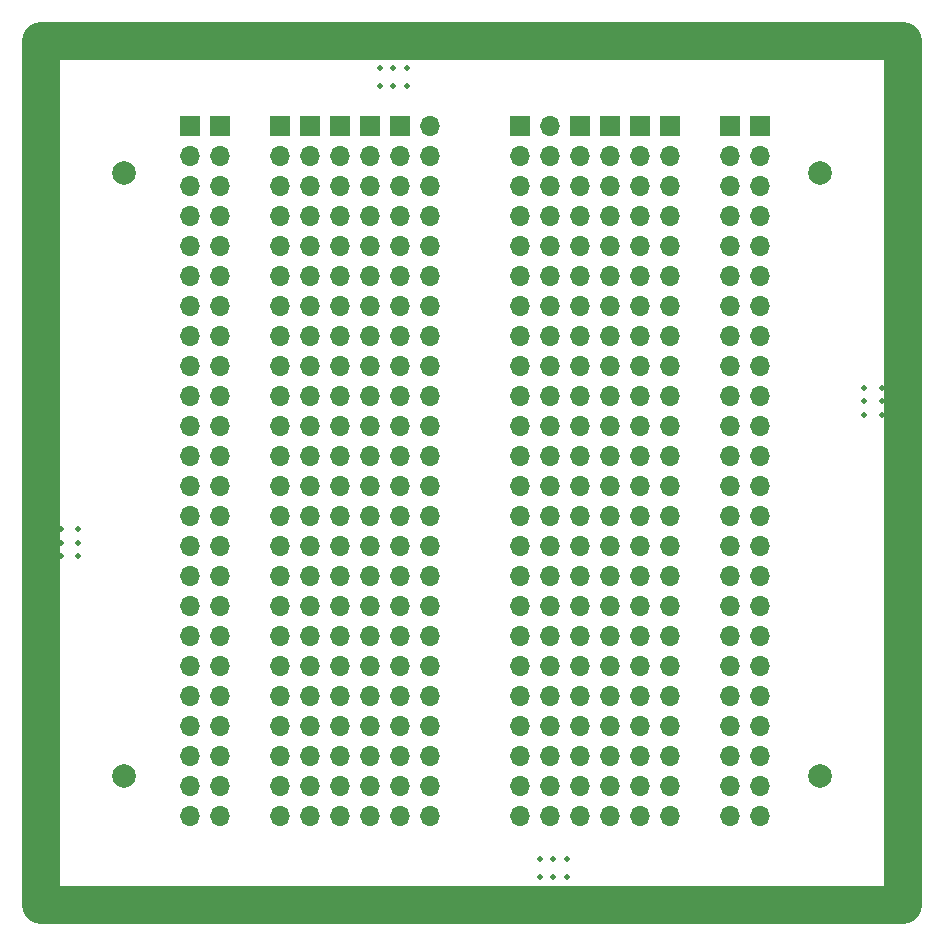
<source format=gbr>
%TF.GenerationSoftware,KiCad,Pcbnew,7.0.5-0*%
%TF.CreationDate,2024-04-21T20:25:33-04:00*%
%TF.ProjectId,swr_meter_front,7377725f-6d65-4746-9572-5f66726f6e74,rev?*%
%TF.SameCoordinates,Original*%
%TF.FileFunction,Soldermask,Bot*%
%TF.FilePolarity,Negative*%
%FSLAX46Y46*%
G04 Gerber Fmt 4.6, Leading zero omitted, Abs format (unit mm)*
G04 Created by KiCad (PCBNEW 7.0.5-0) date 2024-04-21 20:25:33*
%MOMM*%
%LPD*%
G01*
G04 APERTURE LIST*
%ADD10C,3.200000*%
%ADD11C,0.500000*%
%ADD12R,1.700000X1.700000*%
%ADD13O,1.700000X1.700000*%
%ADD14C,2.000000*%
%ADD15C,1.000000*%
G04 APERTURE END LIST*
D10*
X100000000Y-26868400D02*
X172988800Y-26868400D01*
X172988800Y-100000000D01*
X100000000Y-100000000D01*
X100000000Y-26868400D01*
D11*
%TO.C,mouse-bite-1mm-slot*%
X128656540Y-29182400D03*
X128656540Y-30682400D03*
X129806540Y-29182400D03*
X129806540Y-30682400D03*
X130956540Y-29182400D03*
X130956540Y-30682400D03*
%TD*%
D12*
%TO.C,J21*%
X115140540Y-34106400D03*
D13*
X115140540Y-36646400D03*
X115140540Y-39186400D03*
X115140540Y-41726400D03*
X115140540Y-44266400D03*
X115140540Y-46806400D03*
X115140540Y-49346400D03*
X115140540Y-51886400D03*
X115140540Y-54426400D03*
X115140540Y-56966400D03*
X115140540Y-59506400D03*
X115140540Y-62046400D03*
X115140540Y-64586400D03*
X115140540Y-67126400D03*
X115140540Y-69666400D03*
X115140540Y-72206400D03*
X115140540Y-74746400D03*
X115140540Y-77286400D03*
X115140540Y-79826400D03*
X115140540Y-82366400D03*
X115140540Y-84906400D03*
X115140540Y-87446400D03*
X115140540Y-89986400D03*
X115140540Y-92526400D03*
%TD*%
D11*
%TO.C,mouse-bite-1mm-slot*%
X101640540Y-70518400D03*
X103140540Y-70518400D03*
X101640540Y-69368400D03*
X103140540Y-69368400D03*
X101640540Y-68218400D03*
X103140540Y-68218400D03*
%TD*%
D12*
%TO.C,J3*%
X148160540Y-34106400D03*
D13*
X148160540Y-36646400D03*
X148160540Y-39186400D03*
X148160540Y-41726400D03*
X148160540Y-44266400D03*
X148160540Y-46806400D03*
X148160540Y-49346400D03*
X148160540Y-51886400D03*
X148160540Y-54426400D03*
X148160540Y-56966400D03*
X148160540Y-59506400D03*
X148160540Y-62046400D03*
X148160540Y-64586400D03*
X148160540Y-67126400D03*
X148160540Y-69666400D03*
X148160540Y-72206400D03*
X148160540Y-74746400D03*
X148160540Y-77286400D03*
X148160540Y-79826400D03*
X148160540Y-82366400D03*
X148160540Y-84906400D03*
X148160540Y-87446400D03*
X148160540Y-89986400D03*
X148160540Y-92526400D03*
%TD*%
D14*
%TO.C,TP1*%
X165956540Y-89082400D03*
%TD*%
D12*
%TO.C,J4*%
X150700540Y-34106400D03*
D13*
X150700540Y-36646400D03*
X150700540Y-39186400D03*
X150700540Y-41726400D03*
X150700540Y-44266400D03*
X150700540Y-46806400D03*
X150700540Y-49346400D03*
X150700540Y-51886400D03*
X150700540Y-54426400D03*
X150700540Y-56966400D03*
X150700540Y-59506400D03*
X150700540Y-62046400D03*
X150700540Y-64586400D03*
X150700540Y-67126400D03*
X150700540Y-69666400D03*
X150700540Y-72206400D03*
X150700540Y-74746400D03*
X150700540Y-77286400D03*
X150700540Y-79826400D03*
X150700540Y-82366400D03*
X150700540Y-84906400D03*
X150700540Y-87446400D03*
X150700540Y-89986400D03*
X150700540Y-92526400D03*
%TD*%
D14*
%TO.C,TP2*%
X106956540Y-89082400D03*
%TD*%
D12*
%TO.C,J30*%
X158320540Y-34106400D03*
D13*
X158320540Y-36646400D03*
X158320540Y-39186400D03*
X158320540Y-41726400D03*
X158320540Y-44266400D03*
X158320540Y-46806400D03*
X158320540Y-49346400D03*
X158320540Y-51886400D03*
X158320540Y-54426400D03*
X158320540Y-56966400D03*
X158320540Y-59506400D03*
X158320540Y-62046400D03*
X158320540Y-64586400D03*
X158320540Y-67126400D03*
X158320540Y-69666400D03*
X158320540Y-72206400D03*
X158320540Y-74746400D03*
X158320540Y-77286400D03*
X158320540Y-79826400D03*
X158320540Y-82366400D03*
X158320540Y-84906400D03*
X158320540Y-87446400D03*
X158320540Y-89986400D03*
X158320540Y-92526400D03*
%TD*%
D12*
%TO.C,J11*%
X122760540Y-34106400D03*
D13*
X122760540Y-36646400D03*
X122760540Y-39186400D03*
X122760540Y-41726400D03*
X122760540Y-44266400D03*
X122760540Y-46806400D03*
X122760540Y-49346400D03*
X122760540Y-51886400D03*
X122760540Y-54426400D03*
X122760540Y-56966400D03*
X122760540Y-59506400D03*
X122760540Y-62046400D03*
X122760540Y-64586400D03*
X122760540Y-67126400D03*
X122760540Y-69666400D03*
X122760540Y-72206400D03*
X122760540Y-74746400D03*
X122760540Y-77286400D03*
X122760540Y-79826400D03*
X122760540Y-82366400D03*
X122760540Y-84906400D03*
X122760540Y-87446400D03*
X122760540Y-89986400D03*
X122760540Y-92526400D03*
%TD*%
D12*
%TO.C,J1*%
X140540540Y-34106400D03*
D13*
X143080540Y-34106400D03*
X140540540Y-36646400D03*
X143080540Y-36646400D03*
X140540540Y-39186400D03*
X143080540Y-39186400D03*
X140540540Y-41726400D03*
X143080540Y-41726400D03*
X140540540Y-44266400D03*
X143080540Y-44266400D03*
X140540540Y-46806400D03*
X143080540Y-46806400D03*
X140540540Y-49346400D03*
X143080540Y-49346400D03*
X140540540Y-51886400D03*
X143080540Y-51886400D03*
X140540540Y-54426400D03*
X143080540Y-54426400D03*
X140540540Y-56966400D03*
X143080540Y-56966400D03*
X140540540Y-59506400D03*
X143080540Y-59506400D03*
X140540540Y-62046400D03*
X143080540Y-62046400D03*
X140540540Y-64586400D03*
X143080540Y-64586400D03*
X140540540Y-67126400D03*
X143080540Y-67126400D03*
X140540540Y-69666400D03*
X143080540Y-69666400D03*
X140540540Y-72206400D03*
X143080540Y-72206400D03*
X140540540Y-74746400D03*
X143080540Y-74746400D03*
X140540540Y-77286400D03*
X143080540Y-77286400D03*
X140540540Y-79826400D03*
X143080540Y-79826400D03*
X140540540Y-82366400D03*
X143080540Y-82366400D03*
X140540540Y-84906400D03*
X143080540Y-84906400D03*
X140540540Y-87446400D03*
X143080540Y-87446400D03*
X140540540Y-89986400D03*
X143080540Y-89986400D03*
X140540540Y-92526400D03*
X143080540Y-92526400D03*
%TD*%
D12*
%TO.C,J31*%
X160860540Y-34106400D03*
D13*
X160860540Y-36646400D03*
X160860540Y-39186400D03*
X160860540Y-41726400D03*
X160860540Y-44266400D03*
X160860540Y-46806400D03*
X160860540Y-49346400D03*
X160860540Y-51886400D03*
X160860540Y-54426400D03*
X160860540Y-56966400D03*
X160860540Y-59506400D03*
X160860540Y-62046400D03*
X160860540Y-64586400D03*
X160860540Y-67126400D03*
X160860540Y-69666400D03*
X160860540Y-72206400D03*
X160860540Y-74746400D03*
X160860540Y-77286400D03*
X160860540Y-79826400D03*
X160860540Y-82366400D03*
X160860540Y-84906400D03*
X160860540Y-87446400D03*
X160860540Y-89986400D03*
X160860540Y-92526400D03*
%TD*%
D12*
%TO.C,J12*%
X125300540Y-34106400D03*
D13*
X125300540Y-36646400D03*
X125300540Y-39186400D03*
X125300540Y-41726400D03*
X125300540Y-44266400D03*
X125300540Y-46806400D03*
X125300540Y-49346400D03*
X125300540Y-51886400D03*
X125300540Y-54426400D03*
X125300540Y-56966400D03*
X125300540Y-59506400D03*
X125300540Y-62046400D03*
X125300540Y-64586400D03*
X125300540Y-67126400D03*
X125300540Y-69666400D03*
X125300540Y-72206400D03*
X125300540Y-74746400D03*
X125300540Y-77286400D03*
X125300540Y-79826400D03*
X125300540Y-82366400D03*
X125300540Y-84906400D03*
X125300540Y-87446400D03*
X125300540Y-89986400D03*
X125300540Y-92526400D03*
%TD*%
D14*
%TO.C,TP3*%
X106956540Y-38082400D03*
%TD*%
D12*
%TO.C,J2*%
X145620540Y-34106400D03*
D13*
X145620540Y-36646400D03*
X145620540Y-39186400D03*
X145620540Y-41726400D03*
X145620540Y-44266400D03*
X145620540Y-46806400D03*
X145620540Y-49346400D03*
X145620540Y-51886400D03*
X145620540Y-54426400D03*
X145620540Y-56966400D03*
X145620540Y-59506400D03*
X145620540Y-62046400D03*
X145620540Y-64586400D03*
X145620540Y-67126400D03*
X145620540Y-69666400D03*
X145620540Y-72206400D03*
X145620540Y-74746400D03*
X145620540Y-77286400D03*
X145620540Y-79826400D03*
X145620540Y-82366400D03*
X145620540Y-84906400D03*
X145620540Y-87446400D03*
X145620540Y-89986400D03*
X145620540Y-92526400D03*
%TD*%
D12*
%TO.C,J5*%
X153240540Y-34106400D03*
D13*
X153240540Y-36646400D03*
X153240540Y-39186400D03*
X153240540Y-41726400D03*
X153240540Y-44266400D03*
X153240540Y-46806400D03*
X153240540Y-49346400D03*
X153240540Y-51886400D03*
X153240540Y-54426400D03*
X153240540Y-56966400D03*
X153240540Y-59506400D03*
X153240540Y-62046400D03*
X153240540Y-64586400D03*
X153240540Y-67126400D03*
X153240540Y-69666400D03*
X153240540Y-72206400D03*
X153240540Y-74746400D03*
X153240540Y-77286400D03*
X153240540Y-79826400D03*
X153240540Y-82366400D03*
X153240540Y-84906400D03*
X153240540Y-87446400D03*
X153240540Y-89986400D03*
X153240540Y-92526400D03*
%TD*%
D14*
%TO.C,TP4*%
X165956540Y-38082400D03*
%TD*%
D11*
%TO.C,mouse-bite-1mm-slot*%
X169636540Y-58552400D03*
X171136540Y-58552400D03*
X169636540Y-57402400D03*
X171136540Y-57402400D03*
X169636540Y-56252400D03*
X171136540Y-56252400D03*
%TD*%
D12*
%TO.C,J20*%
X112600540Y-34106400D03*
D13*
X112600540Y-36646400D03*
X112600540Y-39186400D03*
X112600540Y-41726400D03*
X112600540Y-44266400D03*
X112600540Y-46806400D03*
X112600540Y-49346400D03*
X112600540Y-51886400D03*
X112600540Y-54426400D03*
X112600540Y-56966400D03*
X112600540Y-59506400D03*
X112600540Y-62046400D03*
X112600540Y-64586400D03*
X112600540Y-67126400D03*
X112600540Y-69666400D03*
X112600540Y-72206400D03*
X112600540Y-74746400D03*
X112600540Y-77286400D03*
X112600540Y-79826400D03*
X112600540Y-82366400D03*
X112600540Y-84906400D03*
X112600540Y-87446400D03*
X112600540Y-89986400D03*
X112600540Y-92526400D03*
%TD*%
D11*
%TO.C,mouse-bite-1mm-slot*%
X142206540Y-96152400D03*
X142206540Y-97652400D03*
X143356540Y-96152400D03*
X143356540Y-97652400D03*
X144506540Y-96152400D03*
X144506540Y-97652400D03*
%TD*%
D12*
%TO.C,J13*%
X127840540Y-34106400D03*
D13*
X127840540Y-36646400D03*
X127840540Y-39186400D03*
X127840540Y-41726400D03*
X127840540Y-44266400D03*
X127840540Y-46806400D03*
X127840540Y-49346400D03*
X127840540Y-51886400D03*
X127840540Y-54426400D03*
X127840540Y-56966400D03*
X127840540Y-59506400D03*
X127840540Y-62046400D03*
X127840540Y-64586400D03*
X127840540Y-67126400D03*
X127840540Y-69666400D03*
X127840540Y-72206400D03*
X127840540Y-74746400D03*
X127840540Y-77286400D03*
X127840540Y-79826400D03*
X127840540Y-82366400D03*
X127840540Y-84906400D03*
X127840540Y-87446400D03*
X127840540Y-89986400D03*
X127840540Y-92526400D03*
%TD*%
D12*
%TO.C,J10*%
X120220540Y-34106400D03*
D13*
X120220540Y-36646400D03*
X120220540Y-39186400D03*
X120220540Y-41726400D03*
X120220540Y-44266400D03*
X120220540Y-46806400D03*
X120220540Y-49346400D03*
X120220540Y-51886400D03*
X120220540Y-54426400D03*
X120220540Y-56966400D03*
X120220540Y-59506400D03*
X120220540Y-62046400D03*
X120220540Y-64586400D03*
X120220540Y-67126400D03*
X120220540Y-69666400D03*
X120220540Y-72206400D03*
X120220540Y-74746400D03*
X120220540Y-77286400D03*
X120220540Y-79826400D03*
X120220540Y-82366400D03*
X120220540Y-84906400D03*
X120220540Y-87446400D03*
X120220540Y-89986400D03*
X120220540Y-92526400D03*
%TD*%
D12*
%TO.C,J9*%
X130380540Y-34106400D03*
D13*
X132920540Y-34106400D03*
X130380540Y-36646400D03*
X132920540Y-36646400D03*
X130380540Y-39186400D03*
X132920540Y-39186400D03*
X130380540Y-41726400D03*
X132920540Y-41726400D03*
X130380540Y-44266400D03*
X132920540Y-44266400D03*
X130380540Y-46806400D03*
X132920540Y-46806400D03*
X130380540Y-49346400D03*
X132920540Y-49346400D03*
X130380540Y-51886400D03*
X132920540Y-51886400D03*
X130380540Y-54426400D03*
X132920540Y-54426400D03*
X130380540Y-56966400D03*
X132920540Y-56966400D03*
X130380540Y-59506400D03*
X132920540Y-59506400D03*
X130380540Y-62046400D03*
X132920540Y-62046400D03*
X130380540Y-64586400D03*
X132920540Y-64586400D03*
X130380540Y-67126400D03*
X132920540Y-67126400D03*
X130380540Y-69666400D03*
X132920540Y-69666400D03*
X130380540Y-72206400D03*
X132920540Y-72206400D03*
X130380540Y-74746400D03*
X132920540Y-74746400D03*
X130380540Y-77286400D03*
X132920540Y-77286400D03*
X130380540Y-79826400D03*
X132920540Y-79826400D03*
X130380540Y-82366400D03*
X132920540Y-82366400D03*
X130380540Y-84906400D03*
X132920540Y-84906400D03*
X130380540Y-87446400D03*
X132920540Y-87446400D03*
X130380540Y-89986400D03*
X132920540Y-89986400D03*
X130380540Y-92526400D03*
X132920540Y-92526400D03*
%TD*%
D15*
%TO.C,TP5*%
X129529000Y-27355600D03*
%TD*%
M02*

</source>
